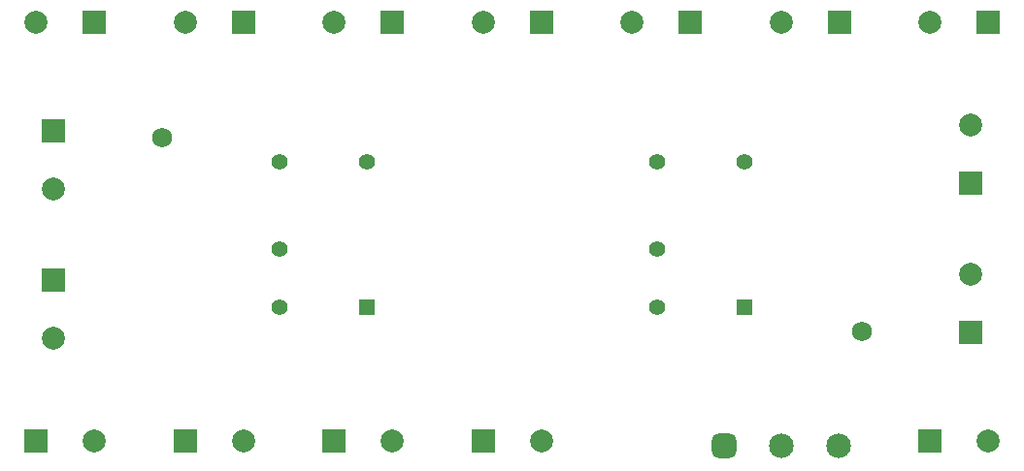
<source format=gbs>
G04*
G04 #@! TF.GenerationSoftware,Altium Limited,Altium Designer,24.7.2 (38)*
G04*
G04 Layer_Color=16711935*
%FSLAX44Y44*%
%MOMM*%
G71*
G04*
G04 #@! TF.SameCoordinates,8E014E6F-3DA1-407A-8F63-97A6F4F725C9*
G04*
G04*
G04 #@! TF.FilePolarity,Negative*
G04*
G01*
G75*
%ADD14C,1.7272*%
%ADD15C,2.1532*%
G04:AMPARAMS|DCode=16|XSize=2.1532mm|YSize=2.1532mm|CornerRadius=0.5891mm|HoleSize=0mm|Usage=FLASHONLY|Rotation=0.000|XOffset=0mm|YOffset=0mm|HoleType=Round|Shape=RoundedRectangle|*
%AMROUNDEDRECTD16*
21,1,2.1532,0.9750,0,0,0.0*
21,1,0.9750,2.1532,0,0,0.0*
1,1,1.1782,0.4875,-0.4875*
1,1,1.1782,-0.4875,-0.4875*
1,1,1.1782,-0.4875,0.4875*
1,1,1.1782,0.4875,0.4875*
%
%ADD16ROUNDEDRECTD16*%
%ADD17C,1.4000*%
%ADD18R,1.4000X1.4000*%
%ADD19R,2.0032X2.0032*%
%ADD20C,2.0032*%
%ADD21R,2.0032X2.0032*%
D14*
X780000Y-360000D02*
D03*
X170000Y-190000D02*
D03*
D15*
X710000Y-460000D02*
D03*
X760000D02*
D03*
D16*
X660000D02*
D03*
D17*
X271900Y-338500D02*
D03*
Y-287700D02*
D03*
Y-211500D02*
D03*
X348100D02*
D03*
X601900Y-338500D02*
D03*
Y-287700D02*
D03*
Y-211500D02*
D03*
X678100D02*
D03*
D18*
X348100Y-338500D02*
D03*
X678100D02*
D03*
D19*
X75000Y-184600D02*
D03*
Y-314600D02*
D03*
X875000Y-360400D02*
D03*
Y-230400D02*
D03*
D20*
X75000Y-235400D02*
D03*
Y-365400D02*
D03*
X110400Y-455000D02*
D03*
X240400D02*
D03*
X370400D02*
D03*
X500400D02*
D03*
X890400D02*
D03*
X875000Y-309600D02*
D03*
Y-179600D02*
D03*
X839600Y-90000D02*
D03*
X709600D02*
D03*
X579600D02*
D03*
X449600D02*
D03*
X319600D02*
D03*
X189600D02*
D03*
X59600D02*
D03*
D21*
Y-455000D02*
D03*
X189600D02*
D03*
X319600D02*
D03*
X449600D02*
D03*
X839600D02*
D03*
X890400Y-90000D02*
D03*
X760400D02*
D03*
X630400D02*
D03*
X500400D02*
D03*
X370400D02*
D03*
X240400D02*
D03*
X110400D02*
D03*
M02*

</source>
